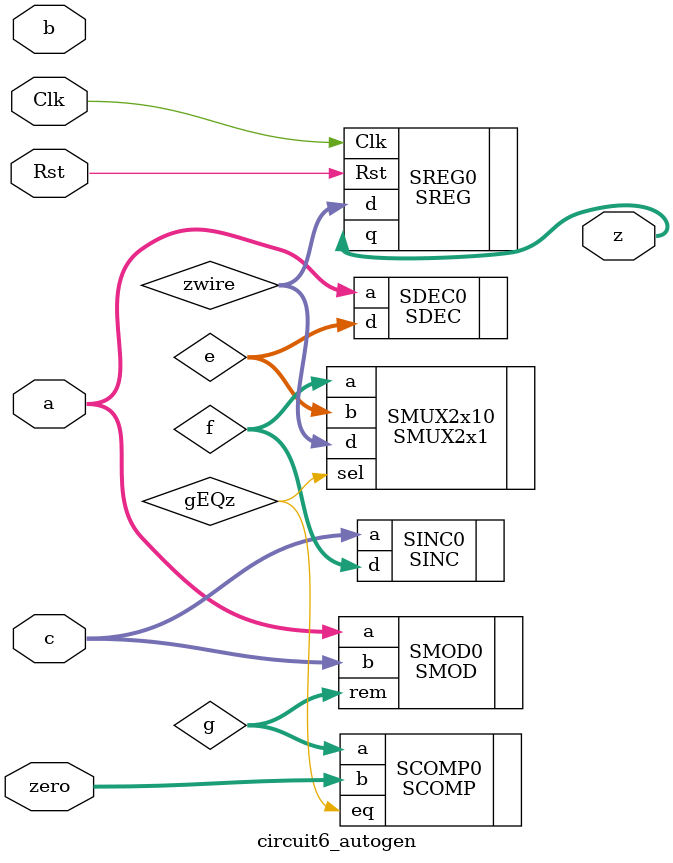
<source format=v>
`timescale 1ns/1ns

module circuit6_autogen(a, b, c, zero, z, Clk, Rst);

    input signed [63:0] a;
    input signed [63:0] b;
    input signed [63:0] c;
    input signed [63:0] zero;
    input Clk;
    input Rst;

    output signed [63:0] z;

    wire signed [63:0] e;
    wire signed [63:0] f;
    wire signed [63:0] g;
    wire signed [63:0] zwire;
    wire gEQz;

    SDEC #(.DATAWIDTH(64)) SDEC0(.a(a), .d(e));
    SINC #(.DATAWIDTH(64)) SINC0(.a(c), .d(f));
    SMOD #(.DATAWIDTH(64)) SMOD0(.a(a), .b(c), .rem(g));
    SCOMP #(.DATAWIDTH(64)) SCOMP0(.a(g), .b(zero), .eq(gEQz));
    SMUX2x1 #(.DATAWIDTH(64)) SMUX2x10(.a(f), .b(e), .sel(gEQz), .d(zwire));
    SREG #(.DATAWIDTH(64)) SREG0(.Clk(Clk), .Rst(Rst), .d(zwire), .q(z));

endmodule

</source>
